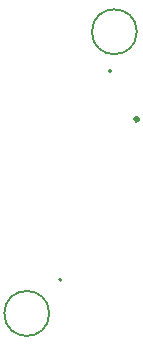
<source format=gbr>
%TF.GenerationSoftware,KiCad,Pcbnew,8.0.0*%
%TF.CreationDate,2025-01-24T21:29:13-08:00*%
%TF.ProjectId,Hope,486f7065-2e6b-4696-9361-645f70636258,rev?*%
%TF.SameCoordinates,Original*%
%TF.FileFunction,Other,Comment*%
%FSLAX46Y46*%
G04 Gerber Fmt 4.6, Leading zero omitted, Abs format (unit mm)*
G04 Created by KiCad (PCBNEW 8.0.0) date 2025-01-24 21:29:13*
%MOMM*%
%LPD*%
G01*
G04 APERTURE LIST*
%ADD10C,0.200000*%
%ADD11C,0.300000*%
%ADD12C,0.150000*%
G04 APERTURE END LIST*
D10*
%TO.C,U3*%
X5259800Y9753600D02*
G75*
G02*
X5059800Y9753600I-100000J0D01*
G01*
X5059800Y9753600D02*
G75*
G02*
X5259800Y9753600I100000J0D01*
G01*
D11*
%TO.C,J7*%
X11790800Y23352000D02*
G75*
G02*
X11490800Y23352000I-150000J0D01*
G01*
X11490800Y23352000D02*
G75*
G02*
X11790800Y23352000I150000J0D01*
G01*
D12*
%TO.C,H4*%
X4236800Y6908800D02*
G75*
G02*
X436800Y6908800I-1900000J0D01*
G01*
X436800Y6908800D02*
G75*
G02*
X4236800Y6908800I1900000J0D01*
G01*
%TO.C,H3*%
X11653600Y30759400D02*
G75*
G02*
X7853600Y30759400I-1900000J0D01*
G01*
X7853600Y30759400D02*
G75*
G02*
X11653600Y30759400I1900000J0D01*
G01*
D10*
%TO.C,X1*%
X9490400Y27432800D02*
G75*
G02*
X9290400Y27432800I-100000J0D01*
G01*
X9290400Y27432800D02*
G75*
G02*
X9490400Y27432800I100000J0D01*
G01*
%TD*%
M02*

</source>
